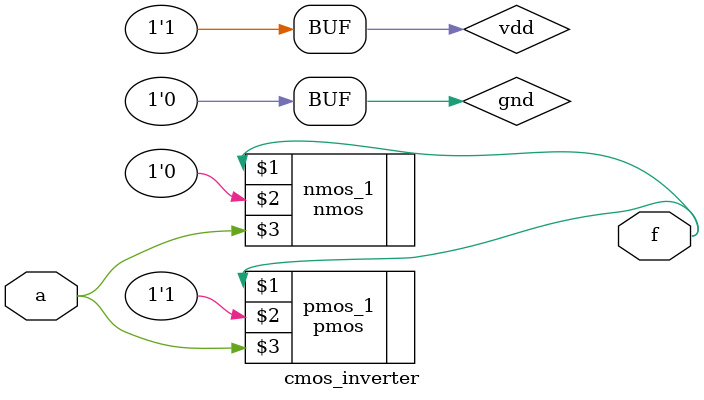
<source format=v>
`timescale 1ns/1ps

module cmos_inverter(
    input a,
    output f
);
    supply1 vdd;//高电平
    supply0 gnd;//接地端

    // Verilog已实现pmos(drain,source,gate);
    pmos pmos_1(f,vdd,a);
    // Verilog已实现nmos(drain,source,gate);
    nmos nmos_1(f,gnd,a);

endmodule
</source>
